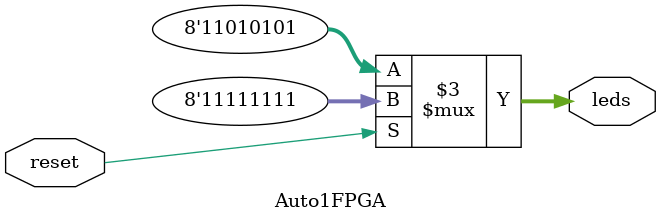
<source format=v>
module Auto1FPGA(reset,leds);
   input wire       reset;
   output reg [7:0] leds;

   always @ * begin
      if (reset) begin
	 leds = 8'b11111111;
      end
      else begin
	 leds = 8'b11010101;
      end
   end
endmodule // Auto1FPGA

</source>
